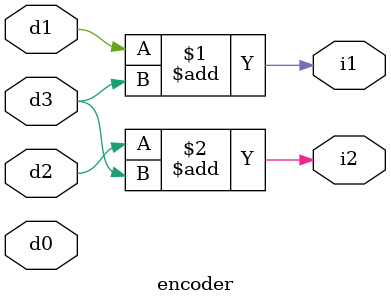
<source format=v>
`timescale 1ns / 1ps


module encoder(input d0,d1,d2,d3,output i1,i2);
assign i1=d1+d3;
assign i2=d2+d3;

endmodule

</source>
